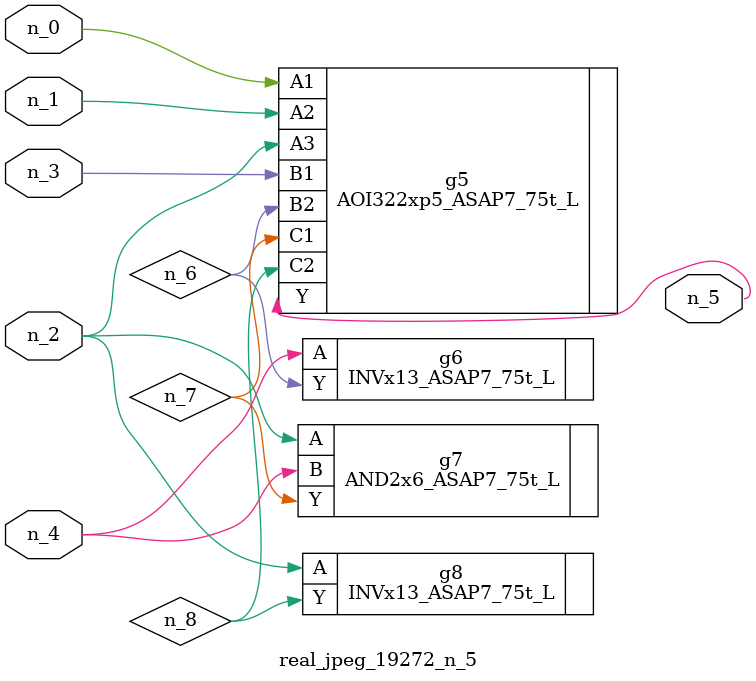
<source format=v>
module real_jpeg_19272_n_5 (n_4, n_0, n_1, n_2, n_3, n_5);

input n_4;
input n_0;
input n_1;
input n_2;
input n_3;

output n_5;

wire n_8;
wire n_6;
wire n_7;

AOI322xp5_ASAP7_75t_L g5 ( 
.A1(n_0),
.A2(n_1),
.A3(n_2),
.B1(n_3),
.B2(n_6),
.C1(n_7),
.C2(n_8),
.Y(n_5)
);

AND2x6_ASAP7_75t_L g7 ( 
.A(n_2),
.B(n_4),
.Y(n_7)
);

INVx13_ASAP7_75t_L g8 ( 
.A(n_2),
.Y(n_8)
);

INVx13_ASAP7_75t_L g6 ( 
.A(n_4),
.Y(n_6)
);


endmodule
</source>
